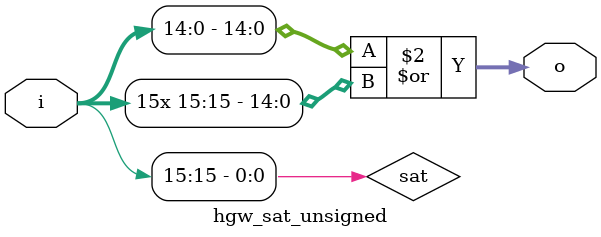
<source format=v>

module hgw_sat_unsigned
(
  i,o
);

  parameter I_W = 16;
  parameter O_W = 15;
  
  input   [I_W - 1 : 0] i;
  output  [O_W - 1 : 0] o;
  
  wire sat = |(i[I_W-1:O_W]);
  
  assign o = i[O_W-1 : 0] | {O_W{sat}};

  `ifdef RTL_SIM
  initial
    begin
      if(I_W <= O_W)
        begin
          $display("[ERROR/Error/error]-[hgw_sat_unsigned]-[time=%t]: I_W <= O_W", $time);
          $finish;
        end
    end
  `endif

endmodule

</source>
